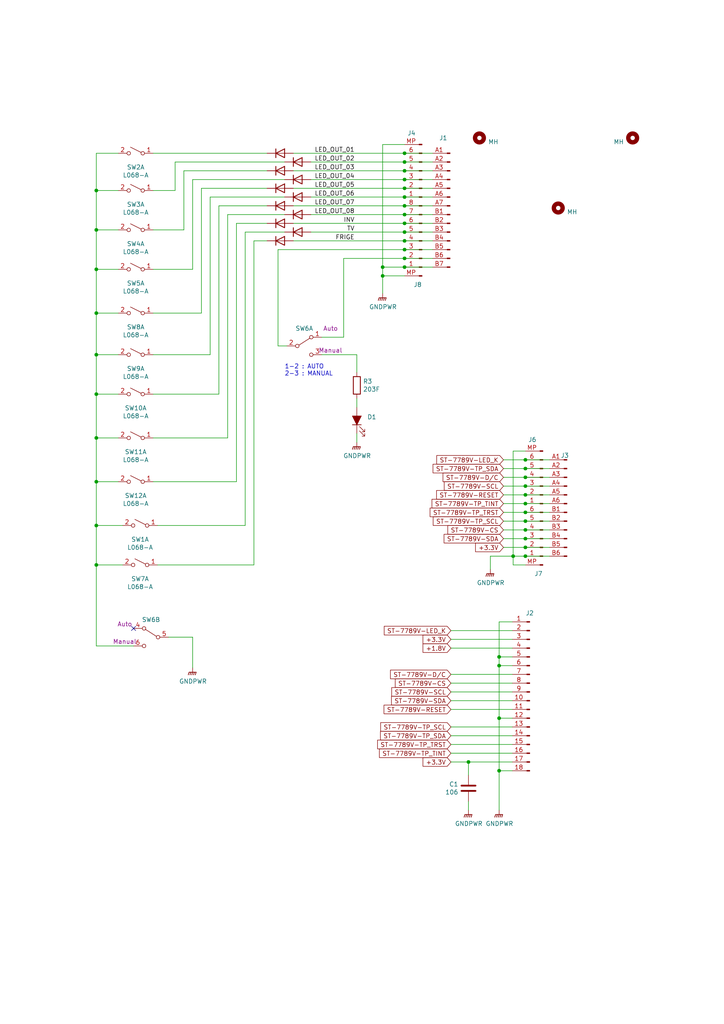
<source format=kicad_sch>
(kicad_sch (version 20231120) (generator "eeschema") (generator_version "8.0")
  (paper "A4" portrait)
  (title_block (title "CamTrol V3.6") (date "2021-12-15"))
  (lib_symbols
    (symbol "Conn_01x06_Pin_1" (pin_names (offset 1.016) hide)
      (property "Reference" "J7" (at 1.27 -12.7 0))
      (symbol "Conn_01x06_Pin_1_1_1"
        (rectangle (start 0 -10.033) (end 0.8636 -10.287) (stroke (width 0.1524)) (fill (type outline)))
        (rectangle (start 0 -7.493) (end 0.8636 -7.747) (stroke (width 0.1524)) (fill (type outline)))
        (polyline (pts (xy 1.27 -10.16) (xy 0.8636 -10.16)) (stroke (width 0.1524)))
        (polyline (pts (xy 1.27 -7.62) (xy 0.8636 -7.62)) (stroke (width 0.1524)))
        (polyline (pts (xy 1.27 -5.08) (xy 0.8636 -5.08)) (stroke (width 0.1524)))
        (polyline (pts (xy 1.27 -2.54) (xy 0.8636 -2.54)) (stroke (width 0.1524)))
        (polyline (pts (xy 1.27 0) (xy 0.8636 0)) (stroke (width 0.1524)))
        (polyline (pts (xy 1.27 2.54) (xy 0.8636 2.54)) (stroke (width 0.1524)))
        (polyline (pts (xy 1.27 5.08) (xy 0.8636 5.08)) (stroke (width 0.1524)))
        (rectangle (start 0.8636 -4.953) (end 0 -5.207) (stroke (width 0.1524)) (fill (type outline)))
        (rectangle (start 0.8636 -2.413) (end 0 -2.667) (stroke (width 0.1524)) (fill (type outline)))
        (rectangle (start 0.8636 0.127) (end 0 -0.127) (stroke (width 0.1524)) (fill (type outline)))
        (rectangle (start 0.8636 2.667) (end 0 2.413) (stroke (width 0.1524)) (fill (type outline)))
        (rectangle (start 0.8636 5.207) (end 0 4.953) (stroke (width 0.1524)) (fill (type outline)))
        (pin passive line (at 5.08 -7.62 180) (length 3.81) (name "Pin_6") (number "1"))
        (pin passive line (at 5.08 -5.08 180) (length 3.81) (name "Pin_5") (number "2"))
        (pin passive line (at 5.08 -2.54 180) (length 3.81) (name "Pin_4") (number "3"))
        (pin passive line (at 5.08 0 180) (length 3.81) (name "Pin_3") (number "4"))
        (pin passive line (at 5.08 2.54 180) (length 3.81) (name "Pin_2") (number "5"))
        (pin passive line (at 5.08 5.08 180) (length 3.81) (name "Pin_1") (number "6"))
        (pin passive line (at 5.08 -10.16 180) (length 3.81) (name "Pin_7") (number "MP"))
      )
    )
    (symbol "Conn_01x06_Pin_2" (pin_names (offset 1.016) hide)
      (property "Reference" "J6" (at 3.048 8.382 0))
      (symbol "Conn_01x06_Pin_2_1_1"
        (rectangle (start 0 -10.033) (end 0.8636 -10.287) (stroke (width 0.1524)) (fill (type outline)))
        (rectangle (start 0 -7.493) (end 0.8636 -7.747) (stroke (width 0.1524)) (fill (type outline)))
        (polyline (pts (xy 1.27 -10.16) (xy 0.8636 -10.16)) (stroke (width 0.1524)))
        (polyline (pts (xy 1.27 -7.62) (xy 0.8636 -7.62)) (stroke (width 0.1524)))
        (polyline (pts (xy 1.27 -5.08) (xy 0.8636 -5.08)) (stroke (width 0.1524)))
        (polyline (pts (xy 1.27 -2.54) (xy 0.8636 -2.54)) (stroke (width 0.1524)))
        (polyline (pts (xy 1.27 0) (xy 0.8636 0)) (stroke (width 0.1524)))
        (polyline (pts (xy 1.27 2.54) (xy 0.8636 2.54)) (stroke (width 0.1524)))
        (polyline (pts (xy 1.27 5.08) (xy 0.8636 5.08)) (stroke (width 0.1524)))
        (rectangle (start 0.8636 -4.953) (end 0 -5.207) (stroke (width 0.1524)) (fill (type outline)))
        (rectangle (start 0.8636 -2.413) (end 0 -2.667) (stroke (width 0.1524)) (fill (type outline)))
        (rectangle (start 0.8636 0.127) (end 0 -0.127) (stroke (width 0.1524)) (fill (type outline)))
        (rectangle (start 0.8636 2.667) (end 0 2.413) (stroke (width 0.1524)) (fill (type outline)))
        (rectangle (start 0.8636 5.207) (end 0 4.953) (stroke (width 0.1524)) (fill (type outline)))
        (pin passive line (at 5.08 -10.16 180) (length 3.81) (name "Pin_7") (number "1"))
        (pin passive line (at 5.08 -7.62 180) (length 3.81) (name "Pin_6") (number "2"))
        (pin passive line (at 5.08 -5.08 180) (length 3.81) (name "Pin_5") (number "3"))
        (pin passive line (at 5.08 -2.54 180) (length 3.81) (name "Pin_4") (number "4"))
        (pin passive line (at 5.08 0 180) (length 3.81) (name "Pin_3") (number "5"))
        (pin passive line (at 5.08 2.54 180) (length 3.81) (name "Pin_2") (number "6"))
        (pin passive line (at 5.08 5.08 180) (length 3.81) (name "Pin_1") (number "MP"))
      )
    )
    (symbol "Conn_01x12_Male_1" (pin_names (offset 1.016) hide)
      (property "Reference" "J?" (at 0.635 13.9677 0))
      (symbol "Conn_01x12_Male_1_1_1"
        (polyline (pts (xy 1.27 -15.24) (xy 0.8636 -15.24)) (stroke (width 0.1524)))
        (polyline (pts (xy 1.27 -12.7) (xy 0.8636 -12.7)) (stroke (width 0.1524)))
        (polyline (pts (xy 1.27 -10.16) (xy 0.8636 -10.16)) (stroke (width 0.1524)))
        (polyline (pts (xy 1.27 -7.62) (xy 0.8636 -7.62)) (stroke (width 0.1524)))
        (polyline (pts (xy 1.27 -5.08) (xy 0.8636 -5.08)) (stroke (width 0.1524)))
        (polyline (pts (xy 1.27 -2.54) (xy 0.8636 -2.54)) (stroke (width 0.1524)))
        (polyline (pts (xy 1.27 0) (xy 0.8636 0)) (stroke (width 0.1524)))
        (polyline (pts (xy 1.27 2.54) (xy 0.8636 2.54)) (stroke (width 0.1524)))
        (polyline (pts (xy 1.27 5.08) (xy 0.8636 5.08)) (stroke (width 0.1524)))
        (polyline (pts (xy 1.27 7.62) (xy 0.8636 7.62)) (stroke (width 0.1524)))
        (polyline (pts (xy 1.27 10.16) (xy 0.8636 10.16)) (stroke (width 0.1524)))
        (polyline (pts (xy 1.27 12.7) (xy 0.8636 12.7)) (stroke (width 0.1524)))
        (rectangle (start 0.8636 -15.113) (end 0 -15.367) (stroke (width 0.1524)) (fill (type outline)))
        (rectangle (start 0.8636 -12.573) (end 0 -12.827) (stroke (width 0.1524)) (fill (type outline)))
        (rectangle (start 0.8636 -10.033) (end 0 -10.287) (stroke (width 0.1524)) (fill (type outline)))
        (rectangle (start 0.8636 -7.493) (end 0 -7.747) (stroke (width 0.1524)) (fill (type outline)))
        (rectangle (start 0.8636 -4.953) (end 0 -5.207) (stroke (width 0.1524)) (fill (type outline)))
        (rectangle (start 0.8636 -2.413) (end 0 -2.667) (stroke (width 0.1524)) (fill (type outline)))
        (rectangle (start 0.8636 0.127) (end 0 -0.127) (stroke (width 0.1524)) (fill (type outline)))
        (rectangle (start 0.8636 2.667) (end 0 2.413) (stroke (width 0.1524)) (fill (type outline)))
        (rectangle (start 0.8636 5.207) (end 0 4.953) (stroke (width 0.1524)) (fill (type outline)))
        (rectangle (start 0.8636 7.747) (end 0 7.493) (stroke (width 0.1524)) (fill (type outline)))
        (rectangle (start 0.8636 10.287) (end 0 10.033) (stroke (width 0.1524)) (fill (type outline)))
        (rectangle (start 0.8636 12.827) (end 0 12.573) (stroke (width 0.1524)) (fill (type outline)))
        (pin passive line (at 5.08 12.7 180) (length 3.81) (name "Pin_1") (number "A1"))
        (pin passive line (at 5.08 10.16 180) (length 3.81) (name "Pin_2") (number "A2"))
        (pin passive line (at 5.08 7.62 180) (length 3.81) (name "Pin_3") (number "A3"))
        (pin passive line (at 5.08 5.08 180) (length 3.81) (name "Pin_4") (number "A4"))
        (pin passive line (at 5.08 2.54 180) (length 3.81) (name "Pin_5") (number "A5"))
        (pin passive line (at 5.08 0 180) (length 3.81) (name "Pin_6") (number "A6"))
        (pin passive line (at 5.08 -2.54 180) (length 3.81) (name "Pin_7") (number "B1"))
        (pin passive line (at 5.08 -5.08 180) (length 3.81) (name "Pin_8") (number "B2"))
        (pin passive line (at 5.08 -7.62 180) (length 3.81) (name "Pin_9") (number "B3"))
        (pin passive line (at 5.08 -10.16 180) (length 3.81) (name "Pin_10") (number "B4"))
        (pin passive line (at 5.08 -12.7 180) (length 3.81) (name "Pin_11") (number "B5"))
        (pin passive line (at 5.08 -15.24 180) (length 3.81) (name "Pin_12") (number "B6"))
      )
    )
    (symbol "Connector:Conn_01x09_Pin" (pin_names (offset 1.016) hide)
      (property "Reference" "J8" (at 1.27 -12.7 0))
      (symbol "Conn_01x09_Pin_1_1"
        (polyline (pts (xy 1.27 -10.16) (xy 0.8636 -10.16)) (stroke (width 0.1524)))
        (polyline (pts (xy 1.27 -7.62) (xy 0.8636 -7.62)) (stroke (width 0.1524)))
        (polyline (pts (xy 1.27 -5.08) (xy 0.8636 -5.08)) (stroke (width 0.1524)))
        (polyline (pts (xy 1.27 -2.54) (xy 0.8636 -2.54)) (stroke (width 0.1524)))
        (polyline (pts (xy 1.27 0) (xy 0.8636 0)) (stroke (width 0.1524)))
        (polyline (pts (xy 1.27 2.54) (xy 0.8636 2.54)) (stroke (width 0.1524)))
        (polyline (pts (xy 1.27 5.08) (xy 0.8636 5.08)) (stroke (width 0.1524)))
        (polyline (pts (xy 1.27 7.62) (xy 0.8636 7.62)) (stroke (width 0.1524)))
        (polyline (pts (xy 1.27 10.16) (xy 0.8636 10.16)) (stroke (width 0.1524)))
        (rectangle (start 0 7.747) (end 0.8636 7.493) (stroke (width 0.1524)) (fill (type outline)))
        (rectangle (start 0.8636 -10.033) (end 0 -10.287) (stroke (width 0.1524)) (fill (type outline)))
        (rectangle (start 0.8636 -7.493) (end 0 -7.747) (stroke (width 0.1524)) (fill (type outline)))
        (rectangle (start 0.8636 -4.953) (end 0 -5.207) (stroke (width 0.1524)) (fill (type outline)))
        (rectangle (start 0.8636 -2.413) (end 0 -2.667) (stroke (width 0.1524)) (fill (type outline)))
        (rectangle (start 0.8636 0.127) (end 0 -0.127) (stroke (width 0.1524)) (fill (type outline)))
        (rectangle (start 0.8636 2.667) (end 0 2.413) (stroke (width 0.1524)) (fill (type outline)))
        (rectangle (start 0.8636 5.207) (end 0 4.953) (stroke (width 0.1524)) (fill (type outline)))
        (rectangle (start 0.8636 10.287) (end 0 10.033) (stroke (width 0.1524)) (fill (type outline)))
        (pin passive line (at 5.08 -7.62 180) (length 3.81) (name "Pin_8") (number "1"))
        (pin passive line (at 5.08 -5.08 180) (length 3.81) (name "Pin_7") (number "2"))
        (pin passive line (at 5.08 -2.54 180) (length 3.81) (name "Pin_6") (number "3"))
        (pin passive line (at 5.08 0 180) (length 3.81) (name "Pin_5") (number "4"))
        (pin passive line (at 5.08 2.54 180) (length 3.81) (name "Pin_4") (number "5"))
        (pin passive line (at 5.08 5.08 180) (length 3.81) (name "Pin_3") (number "6"))
        (pin passive line (at 5.08 7.62 180) (length 3.81) (name "Pin_2") (number "7"))
        (pin passive line (at 5.08 10.16 180) (length 3.81) (name "Pin_1") (number "8"))
        (pin passive line (at 5.08 -10.16 180) (length 3.81) (name "Pin_9") (number "MP"))
      )
    )
    (symbol "Connector:Conn_01x18_Pin" (pin_names (offset 1.016) hide)
      (property "Reference" "J" (at 0 22.86 0))
      (property "Value" "Conn_01x18_Pin" (at 0 -25.4 0))
      (symbol "Conn_01x18_Pin_1_1"
        (polyline (pts (xy 1.27 -22.86) (xy 0.8636 -22.86)) (stroke (width 0.1524)))
        (polyline (pts (xy 1.27 -20.32) (xy 0.8636 -20.32)) (stroke (width 0.1524)))
        (polyline (pts (xy 1.27 -17.78) (xy 0.8636 -17.78)) (stroke (width 0.1524)))
        (polyline (pts (xy 1.27 -15.24) (xy 0.8636 -15.24)) (stroke (width 0.1524)))
        (polyline (pts (xy 1.27 -12.7) (xy 0.8636 -12.7)) (stroke (width 0.1524)))
        (polyline (pts (xy 1.27 -10.16) (xy 0.8636 -10.16)) (stroke (width 0.1524)))
        (polyline (pts (xy 1.27 -7.62) (xy 0.8636 -7.62)) (stroke (width 0.1524)))
        (polyline (pts (xy 1.27 -5.08) (xy 0.8636 -5.08)) (stroke (width 0.1524)))
        (polyline (pts (xy 1.27 -2.54) (xy 0.8636 -2.54)) (stroke (width 0.1524)))
        (polyline (pts (xy 1.27 0) (xy 0.8636 0)) (stroke (width 0.1524)))
        (polyline (pts (xy 1.27 2.54) (xy 0.8636 2.54)) (stroke (width 0.1524)))
        (polyline (pts (xy 1.27 5.08) (xy 0.8636 5.08)) (stroke (width 0.1524)))
        (polyline (pts (xy 1.27 7.62) (xy 0.8636 7.62)) (stroke (width 0.1524)))
        (polyline (pts (xy 1.27 10.16) (xy 0.8636 10.16)) (stroke (width 0.1524)))
        (polyline (pts (xy 1.27 12.7) (xy 0.8636 12.7)) (stroke (width 0.1524)))
        (polyline (pts (xy 1.27 15.24) (xy 0.8636 15.24)) (stroke (width 0.1524)))
        (polyline (pts (xy 1.27 17.78) (xy 0.8636 17.78)) (stroke (width 0.1524)))
        (polyline (pts (xy 1.27 20.32) (xy 0.8636 20.32)) (stroke (width 0.1524)))
        (rectangle (start 0.8636 -22.733) (end 0 -22.987) (stroke (width 0.1524)) (fill (type outline)))
        (rectangle (start 0.8636 -20.193) (end 0 -20.447) (stroke (width 0.1524)) (fill (type outline)))
        (rectangle (start 0.8636 -17.653) (end 0 -17.907) (stroke (width 0.1524)) (fill (type outline)))
        (rectangle (start 0.8636 -15.113) (end 0 -15.367) (stroke (width 0.1524)) (fill (type outline)))
        (rectangle (start 0.8636 -12.573) (end 0 -12.827) (stroke (width 0.1524)) (fill (type outline)))
        (rectangle (start 0.8636 -10.033) (end 0 -10.287) (stroke (width 0.1524)) (fill (type outline)))
        (rectangle (start 0.8636 -7.493) (end 0 -7.747) (stroke (width 0.1524)) (fill (type outline)))
        (rectangle (start 0.8636 -4.953) (end 0 -5.207) (stroke (width 0.1524)) (fill (type outline)))
        (rectangle (start 0.8636 -2.413) (end 0 -2.667) (stroke (width 0.1524)) (fill (type outline)))
        (rectangle (start 0.8636 0.127) (end 0 -0.127) (stroke (width 0.1524)) (fill (type outline)))
        (rectangle (start 0.8636 2.667) (end 0 2.413) (stroke (width 0.1524)) (fill (type outline)))
        (rectangle (start 0.8636 5.207) (end 0 4.953) (stroke (width 0.1524)) (fill (type outline)))
        (rectangle (start 0.8636 7.747) (end 0 7.493) (stroke (width 0.1524)) (fill (type outline)))
        (rectangle (start 0.8636 10.287) (end 0 10.033) (stroke (width 0.1524)) (fill (type outline)))
        (rectangle (start 0.8636 12.827) (end 0 12.573) (stroke (width 0.1524)) (fill (type outline)))
        (rectangle (start 0.8636 15.367) (end 0 15.113) (stroke (width 0.1524)) (fill (type outline)))
        (rectangle (start 0.8636 17.907) (end 0 17.653) (stroke (width 0.1524)) (fill (type outline)))
        (rectangle (start 0.8636 20.447) (end 0 20.193) (stroke (width 0.1524)) (fill (type outline)))
        (pin passive line (at 5.08 20.32 180) (length 3.81) (name "Pin_1") (number "1"))
        (pin passive line (at 5.08 -2.54 180) (length 3.81) (name "Pin_10") (number "10"))
        (pin passive line (at 5.08 -5.08 180) (length 3.81) (name "Pin_11") (number "11"))
        (pin passive line (at 5.08 -7.62 180) (length 3.81) (name "Pin_12") (number "12"))
        (pin passive line (at 5.08 -10.16 180) (length 3.81) (name "Pin_13") (number "13"))
        (pin passive line (at 5.08 -12.7 180) (length 3.81) (name "Pin_14") (number "14"))
        (pin passive line (at 5.08 -15.24 180) (length 3.81) (name "Pin_15") (number "15"))
        (pin passive line (at 5.08 -17.78 180) (length 3.81) (name "Pin_16") (number "16"))
        (pin passive line (at 5.08 -20.32 180) (length 3.81) (name "Pin_17") (number "17"))
        (pin passive line (at 5.08 -22.86 180) (length 3.81) (name "Pin_18") (number "18"))
        (pin passive line (at 5.08 17.78 180) (length 3.81) (name "Pin_2") (number "2"))
        (pin passive line (at 5.08 15.24 180) (length 3.81) (name "Pin_3") (number "3"))
        (pin passive line (at 5.08 12.7 180) (length 3.81) (name "Pin_4") (number "4"))
        (pin passive line (at 5.08 10.16 180) (length 3.81) (name "Pin_5") (number "5"))
        (pin passive line (at 5.08 7.62 180) (length 3.81) (name "Pin_6") (number "6"))
        (pin passive line (at 5.08 5.08 180) (length 3.81) (name "Pin_7") (number "7"))
        (pin passive line (at 5.08 2.54 180) (length 3.81) (name "Pin_8") (number "8"))
        (pin passive line (at 5.08 0 180) (length 3.81) (name "Pin_9") (number "9"))
      )
    )
    (symbol "Mechanical:MountingHole" (pin_names (offset 1.016))
      (property "Reference" "H" (at 0 5.08 0))
      (property "Value" "MountingHole" (at 0 3.175 0))
      (symbol "MountingHole_0_1"
        (circle (center 0 0) (radius 1.27) (stroke (width 1.27)))
      )
    )
    (symbol "Server_Used:C" (pin_numbers hide) (pin_names (offset 0.254))
      (property "Reference" "C" (at 1.27 2.54 0))
      (property "Value" "Server_Used_C" (at 1.27 -2.54 0))
      (symbol "C_0_1"
        (polyline (pts (xy -2.032 -0.762) (xy 2.032 -0.762)) (stroke (width 0.508)))
        (polyline (pts (xy -2.032 0.762) (xy 2.032 0.762)) (stroke (width 0.508)))
      )
      (symbol "C_1_1"
        (pin passive line (at 0 3.81 270) (length 2.794) (name "~") (number "1"))
        (pin passive line (at 0 -3.81 90) (length 2.794) (name "~") (number "2"))
      )
    )
    (symbol "Server_Used:Conn_01x14_Male" (pin_names (offset 1.016) hide)
      (property "Reference" "J1" (at -6.35 -1.27 0))
      (symbol "Conn_01x14_Male_1_1"
        (polyline (pts (xy 1.27 -20.32) (xy 0.8636 -20.32)) (stroke (width 0.1524)))
        (polyline (pts (xy 1.27 -17.78) (xy 0.8636 -17.78)) (stroke (width 0.1524)))
        (polyline (pts (xy 1.27 -15.24) (xy 0.8636 -15.24)) (stroke (width 0.1524)))
        (polyline (pts (xy 1.27 -12.7) (xy 0.8636 -12.7)) (stroke (width 0.1524)))
        (polyline (pts (xy 1.27 -10.16) (xy 0.8636 -10.16)) (stroke (width 0.1524)))
        (polyline (pts (xy 1.27 -7.62) (xy 0.8636 -7.62)) (stroke (width 0.1524)))
        (polyline (pts (xy 1.27 -5.08) (xy 0.8636 -5.08)) (stroke (width 0.1524)))
        (polyline (pts (xy 1.27 -2.54) (xy 0.8636 -2.54)) (stroke (width 0.1524)))
        (polyline (pts (xy 1.27 0) (xy 0.8636 0)) (stroke (width 0.1524)))
        (polyline (pts (xy 1.27 2.54) (xy 0.8636 2.54)) (stroke (width 0.1524)))
        (polyline (pts (xy 1.27 5.08) (xy 0.8636 5.08)) (stroke (width 0.1524)))
        (polyline (pts (xy 1.27 7.62) (xy 0.8636 7.62)) (stroke (width 0.1524)))
        (polyline (pts (xy 1.27 10.16) (xy 0.8636 10.16)) (stroke (width 0.1524)))
        (polyline (pts (xy 1.27 12.7) (xy 0.8636 12.7)) (stroke (width 0.1524)))
        (rectangle (start 0 5.207) (end 0.8636 4.953) (stroke (width 0.1524)) (fill (type outline)))
        (rectangle (start 0.8636 -20.193) (end 0 -20.447) (stroke (width 0.1524)) (fill (type outline)))
        (rectangle (start 0.8636 -17.653) (end 0 -17.907) (stroke (width 0.1524)) (fill (type outline)))
        (rectangle (start 0.8636 -15.113) (end 0 -15.367) (stroke (width 0.1524)) (fill (type outline)))
        (rectangle (start 0.8636 -12.573) (end 0 -12.827) (stroke (width 0.1524)) (fill (type outline)))
        (rectangle (start 0.8636 -10.033) (end 0 -10.287) (stroke (width 0.1524)) (fill (type outline)))
        (rectangle (start 0.8636 -7.493) (end 0 -7.747) (stroke (width 0.1524)) (fill (type outline)))
        (rectangle (start 0.8636 -4.953) (end 0 -5.207) (stroke (width 0.1524)) (fill (type outline)))
        (rectangle (start 0.8636 -2.413) (end 0 -2.667) (stroke (width 0.1524)) (fill (type outline)))
        (rectangle (start 0.8636 0.127) (end 0 -0.127) (stroke (width 0.1524)) (fill (type outline)))
        (rectangle (start 0.8636 2.667) (end 0 2.413) (stroke (width 0.1524)) (fill (type outline)))
        (rectangle (start 0.8636 7.747) (end 0 7.493) (stroke (width 0.1524)) (fill (type outline)))
        (rectangle (start 0.8636 10.287) (end 0 10.033) (stroke (width 0.1524)) (fill (type outline)))
        (rectangle (start 0.8636 12.827) (end 0 12.573) (stroke (width 0.1524)) (fill (type outline)))
        (pin passive line (at 5.08 12.7 180) (length 3.81) (name "Pin_1") (number "A1"))
        (pin passive line (at 5.08 10.16 180) (length 3.81) (name "Pin_3") (number "A2"))
        (pin passive line (at 5.08 7.62 180) (length 3.81) (name "Pin_5") (number "A3"))
        (pin passive line (at 5.08 5.08 180) (length 3.81) (name "Pin_7") (number "A4"))
        (pin passive line (at 5.08 2.54 180) (length 3.81) (name "Pin_9") (number "A5"))
        (pin passive line (at 5.08 0 180) (length 3.81) (name "Pin_11") (number "A6"))
        (pin passive line (at 5.08 -2.54 180) (length 3.81) (name "Pin_13") (number "A7"))
        (pin passive line (at 5.08 -5.08 180) (length 3.81) (name "Pin_2") (number "B1"))
        (pin passive line (at 5.08 -7.62 180) (length 3.81) (name "Pin_4") (number "B2"))
        (pin passive line (at 5.08 -10.16 180) (length 3.81) (name "Pin_6") (number "B3"))
        (pin passive line (at 5.08 -12.7 180) (length 3.81) (name "Pin_8") (number "B4"))
        (pin passive line (at 5.08 -15.24 180) (length 3.81) (name "Pin_10") (number "B5"))
        (pin passive line (at 5.08 -17.78 180) (length 3.81) (name "Pin_12") (number "B6"))
        (pin passive line (at 5.08 -20.32 180) (length 3.81) (name "Pin_14") (number "B7"))
      )
    )
    (symbol "Server_Used:LED" (pin_numbers hide) (pin_names (offset 1.016) hide)
      (property "Reference" "D" (at 0 2.54 0))
      (property "Value" "LED" (at 0 -2.54 0))
      (symbol "LED_0_1"
        (polyline (pts (xy -1.27 -1.27) (xy -1.27 1.27)) (stroke (width 0.2032)))
        (polyline (pts (xy -1.27 0) (xy 1.27 0)))
        (polyline (pts (xy 1.27 -1.27) (xy 1.27 1.27) (xy -1.27 0) (xy 1.27 -1.27)) (stroke (width 0.2032)) (fill (type outline)))
        (polyline (pts (xy -3.048 -0.762) (xy -4.572 -2.286) (xy -3.81 -2.286) (xy -4.572 -2.286) (xy -4.572 -1.524)))
        (polyline (pts (xy -1.778 -0.762) (xy -3.302 -2.286) (xy -2.54 -2.286) (xy -3.302 -2.286) (xy -3.302 -1.524)))
      )
      (symbol "LED_1_1"
        (pin passive line (at -3.81 0 0) (length 2.54) (name "K") (number "1"))
        (pin passive line (at 3.81 0 180) (length 2.54) (name "A") (number "2"))
      )
    )
    (symbol "Server_Used:R" (pin_numbers hide) (pin_names (offset 0))
      (property "Reference" "R11" (at 3.81 -3.81 0))
      (property "Value" "R" (at 0 -3.81 90))
      (symbol "R_0_1"
        (rectangle (start -1.016 -6.35) (end 1.016 -1.27) (stroke (width 0.254)))
      )
      (symbol "R_1_1"
        (pin passive line (at 0 0 270) (length 1.27) (name "~") (number "1"))
        (pin passive line (at 0 -7.62 90) (length 1.27) (name "~") (number "2"))
      )
    )
    (symbol "Simulation_SPICE:DIODE" (pin_numbers hide) (pin_names (offset 1.016) hide)
      (property "Reference" "D" (at 0 2.54 0))
      (property "Value" "DIODE" (at 0 -2.54 0))
      (symbol "DIODE_0_1"
        (polyline (pts (xy 1.27 0) (xy -1.27 0)))
        (polyline (pts (xy 1.27 1.27) (xy 1.27 -1.27)) (stroke (width 0.254)))
        (polyline (pts (xy -1.27 -1.27) (xy -1.27 1.27) (xy 1.27 0) (xy -1.27 -1.27)) (stroke (width 0.254)))
      )
      (symbol "DIODE_1_1"
        (pin passive line (at -3.81 0 0) (length 2.54) (name "A") (number "1"))
        (pin passive line (at 3.81 0 180) (length 2.54) (name "K") (number "2"))
      )
    )
    (symbol "Switch:SW_DPDT_x2" (pin_names (offset 0) hide)
      (property "Reference" "SW" (at 0 4.318 0))
      (property "Value" "SW_DPDT_x2" (at 0 -5.08 0))
      (symbol "SW_DPDT_x2_0_0"
        (circle (center -2.032 0) (radius 0.508))
        (circle (center 2.032 -2.54) (radius 0.508))
      )
      (symbol "SW_DPDT_x2_0_1"
        (polyline (pts (xy -1.524 0.254) (xy 1.651 2.286)))
        (circle (center 2.032 2.54) (radius 0.508))
      )
      (symbol "SW_DPDT_x2_1_1"
        (pin passive line (at 5.08 2.54 180) (length 2.54) (name "A") (number "1"))
        (pin passive line (at -5.08 0 0) (length 2.54) (name "B") (number "2"))
        (pin passive line (at 5.08 -2.54 180) (length 2.54) (name "C") (number "3"))
      )
      (symbol "SW_DPDT_x2_2_1"
        (pin passive line (at 5.08 2.54 180) (length 2.54) (name "A") (number "4"))
        (pin passive line (at -5.08 0 0) (length 2.54) (name "B") (number "5"))
        (pin passive line (at 5.08 -2.54 180) (length 2.54) (name "C") (number "6"))
      )
    )
    (symbol "Switch:SW_DPST_x2" (pin_names (offset 0) hide)
      (property "Reference" "SW" (at 0 3.175 0))
      (property "Value" "SW_DPST_x2" (at 0 -2.54 0))
      (symbol "SW_DPST_x2_0_0"
        (circle (center -2.032 0) (radius 0.508))
        (polyline (pts (xy -1.524 0.254) (xy 1.524 1.778)))
        (circle (center 2.032 0) (radius 0.508))
      )
      (symbol "SW_DPST_x2_1_1"
        (pin passive line (at -5.08 0 0) (length 2.54) (name "A") (number "1"))
        (pin passive line (at 5.08 0 180) (length 2.54) (name "B") (number "2"))
      )
      (symbol "SW_DPST_x2_2_1"
        (pin passive line (at -5.08 0 0) (length 2.54) (name "A") (number "3"))
        (pin passive line (at 5.08 0 180) (length 2.54) (name "B") (number "4"))
      )
    )
    (symbol "power:GNDPWR" (power) (pin_names (offset 0))
      (property "Value" "GNDPWR" (at 0 -3.302 0))
      (symbol "GNDPWR_0_1"
        (polyline (pts (xy 0 -1.27) (xy 0 0)))
        (polyline (pts (xy -1.016 -1.27) (xy -1.27 -2.032) (xy -1.27 -2.032)) (stroke (width 0.2032)))
        (polyline (pts (xy -0.508 -1.27) (xy -0.762 -2.032) (xy -0.762 -2.032)) (stroke (width 0.2032)))
        (polyline (pts (xy 0 -1.27) (xy -0.254 -2.032) (xy -0.254 -2.032)) (stroke (width 0.2032)))
        (polyline (pts (xy 0.508 -1.27) (xy 0.254 -2.032) (xy 0.254 -2.032)) (stroke (width 0.2032)))
        (polyline (pts (xy 1.016 -1.27) (xy -1.016 -1.27) (xy -1.016 -1.27)) (stroke (width 0.2032)))
        (polyline (pts (xy 1.016 -1.27) (xy 0.762 -2.032) (xy 0.762 -2.032) (xy 0.762 -2.032)) (stroke (width 0.2032)))
      )
      (symbol "GNDPWR_1_1"
        (pin power_in line (at 0 0 270) (length 0) hide (name "GNDPWR") (number "1"))
      )
    )
  )
  (junction (at 117.348 62.23))
  (junction (at 144.78 193.04))
  (junction (at 117.348 54.61))
  (junction (at 27.94 102.87))
  (junction (at 117.348 49.53))
  (junction (at 117.348 72.39))
  (junction (at 27.94 78.105))
  (junction (at 152.4 161.29))
  (junction (at 117.348 44.45))
  (junction (at 27.94 163.83))
  (junction (at 117.348 67.31))
  (junction (at 117.348 52.07))
  (junction (at 110.998 80.01))
  (junction (at 152.4 146.05))
  (junction (at 152.4 143.51))
  (junction (at 152.4 156.21))
  (junction (at 144.78 190.5))
  (junction (at 117.348 69.85))
  (junction (at 152.4 148.59))
  (junction (at 27.94 55.245))
  (junction (at 152.4 133.35))
  (junction (at 135.89 220.98))
  (junction (at 117.348 64.77))
  (junction (at 152.4 135.89))
  (junction (at 152.4 153.67))
  (junction (at 144.78 223.52))
  (junction (at 27.94 114.3))
  (junction (at 152.4 140.97))
  (junction (at 117.348 57.15))
  (junction (at 144.78 208.28))
  (junction (at 27.94 66.675))
  (junction (at 152.4 151.13))
  (junction (at 27.94 90.805))
  (junction (at 117.348 77.47))
  (junction (at 152.4 138.43))
  (junction (at 27.94 152.4))
  (junction (at 27.94 127))
  (junction (at 152.4 158.75))
  (junction (at 27.94 139.7))
  (junction (at 117.348 46.99))
  (junction (at 110.998 77.47))
  (junction (at 117.348 59.69))
  (junction (at 117.348 74.93))
  (junction (at 148.844 161.29))
  (no_connect (at 38.735 182.245))
  (wire (pts (xy 90.17 57.15) (xy 117.348 57.15)))
  (wire (pts (xy 58.42 54.61) (xy 77.47 54.61)))
  (wire (pts (xy 80.645 72.39) (xy 117.348 72.39)))
  (wire (pts (xy 103.505 128.27) (xy 103.505 125.73)))
  (wire (pts (xy 53.34 49.53) (xy 77.47 49.53)))
  (wire (pts (xy 73.66 69.85) (xy 77.47 69.85)))
  (wire (pts (xy 99.695 97.79) (xy 93.345 97.79)))
  (wire (pts (xy 27.94 55.245) (xy 27.94 66.675)))
  (wire (pts (xy 146.05 158.75) (xy 152.4 158.75)))
  (wire (pts (xy 27.94 66.675) (xy 34.29 66.675)))
  (wire (pts (xy 58.42 54.61) (xy 58.42 90.805)))
  (wire (pts (xy 144.78 223.52) (xy 144.78 208.28)))
  (wire (pts (xy 27.94 66.675) (xy 27.94 78.105)))
  (wire (pts (xy 135.89 234.95) (xy 135.89 232.41)))
  (wire (pts (xy 130.81 182.88) (xy 148.59 182.88)))
  (wire (pts (xy 27.94 187.325) (xy 38.735 187.325)))
  (wire (pts (xy 90.17 52.07) (xy 117.348 52.07)))
  (wire (pts (xy 152.4 151.13) (xy 159.385 151.13)))
  (wire (pts (xy 103.505 102.87) (xy 103.505 107.95)))
  (wire (pts (xy 148.844 130.81) (xy 148.844 161.29)))
  (wire (pts (xy 44.45 127) (xy 66.04 127)))
  (wire (pts (xy 55.88 184.785) (xy 55.88 193.675)))
  (wire (pts (xy 27.94 139.7) (xy 27.94 152.4)))
  (wire (pts (xy 146.05 156.21) (xy 152.4 156.21)))
  (wire (pts (xy 45.72 163.83) (xy 73.66 163.83)))
  (wire (pts (xy 44.45 44.45) (xy 77.47 44.45)))
  (wire (pts (xy 144.78 180.34) (xy 148.59 180.34)))
  (wire (pts (xy 44.45 114.3) (xy 63.5 114.3)))
  (wire (pts (xy 35.56 152.4) (xy 27.94 152.4)))
  (wire (pts (xy 144.78 190.5) (xy 148.59 190.5)))
  (wire (pts (xy 135.89 220.98) (xy 148.59 220.98)))
  (wire (pts (xy 144.78 193.04) (xy 148.59 193.04)))
  (wire (pts (xy 55.88 184.785) (xy 48.895 184.785)))
  (wire (pts (xy 144.78 193.04) (xy 144.78 190.5)))
  (wire (pts (xy 130.81 198.12) (xy 148.59 198.12)))
  (wire (pts (xy 144.78 208.28) (xy 148.59 208.28)))
  (wire (pts (xy 110.998 77.47) (xy 110.998 80.01)))
  (wire (pts (xy 152.4 143.51) (xy 159.385 143.51)))
  (wire (pts (xy 27.94 55.245) (xy 34.29 55.245)))
  (wire (pts (xy 152.4 163.83) (xy 148.844 163.83)))
  (wire (pts (xy 142.24 165.1) (xy 142.24 161.29)))
  (wire (pts (xy 110.998 41.91) (xy 110.998 77.47)))
  (wire (pts (xy 44.45 66.675) (xy 53.34 66.675)))
  (wire (pts (xy 110.998 80.01) (xy 117.348 80.01)))
  (wire (pts (xy 103.505 102.87) (xy 93.345 102.87)))
  (wire (pts (xy 60.96 57.15) (xy 60.96 102.87)))
  (wire (pts (xy 99.695 74.93) (xy 117.348 74.93)))
  (wire (pts (xy 27.94 55.245) (xy 27.94 44.45)))
  (wire (pts (xy 130.81 187.96) (xy 148.59 187.96)))
  (wire (pts (xy 152.4 135.89) (xy 159.385 135.89)))
  (wire (pts (xy 146.05 153.67) (xy 152.4 153.67)))
  (wire (pts (xy 53.34 49.53) (xy 53.34 66.675)))
  (wire (pts (xy 82.55 46.99) (xy 50.8 46.99)))
  (wire (pts (xy 85.09 59.69) (xy 117.348 59.69)))
  (wire (pts (xy 144.78 223.52) (xy 148.59 223.52)))
  (wire (pts (xy 85.09 54.61) (xy 117.348 54.61)))
  (wire (pts (xy 117.348 62.23) (xy 125.476 62.23)))
  (wire (pts (xy 117.348 46.99) (xy 125.476 46.99)))
  (wire (pts (xy 63.5 114.3) (xy 63.5 59.69)))
  (wire (pts (xy 144.78 190.5) (xy 144.78 180.34)))
  (wire (pts (xy 152.4 148.59) (xy 159.385 148.59)))
  (wire (pts (xy 130.81 205.74) (xy 148.59 205.74)))
  (wire (pts (xy 27.94 152.4) (xy 27.94 163.83)))
  (wire (pts (xy 117.348 59.69) (xy 125.476 59.69)))
  (wire (pts (xy 130.81 210.82) (xy 148.59 210.82)))
  (wire (pts (xy 27.94 102.87) (xy 27.94 114.3)))
  (wire (pts (xy 27.94 102.87) (xy 34.29 102.87)))
  (wire (pts (xy 146.05 151.13) (xy 152.4 151.13)))
  (wire (pts (xy 130.81 195.58) (xy 148.59 195.58)))
  (wire (pts (xy 146.05 148.59) (xy 152.4 148.59)))
  (wire (pts (xy 27.94 114.3) (xy 34.29 114.3)))
  (wire (pts (xy 130.81 215.9) (xy 148.59 215.9)))
  (wire (pts (xy 80.645 100.33) (xy 83.185 100.33)))
  (wire (pts (xy 152.4 130.81) (xy 148.844 130.81)))
  (wire (pts (xy 130.81 220.98) (xy 135.89 220.98)))
  (wire (pts (xy 117.348 57.15) (xy 125.476 57.15)))
  (wire (pts (xy 44.45 90.805) (xy 58.42 90.805)))
  (wire (pts (xy 44.45 78.105) (xy 55.88 78.105)))
  (wire (pts (xy 90.17 62.23) (xy 117.348 62.23)))
  (wire (pts (xy 63.5 59.69) (xy 77.47 59.69)))
  (wire (pts (xy 117.348 52.07) (xy 125.476 52.07)))
  (wire (pts (xy 117.348 64.77) (xy 125.476 64.77)))
  (wire (pts (xy 130.81 213.36) (xy 148.59 213.36)))
  (wire (pts (xy 68.58 64.77) (xy 68.58 139.7)))
  (wire (pts (xy 117.348 72.39) (xy 125.476 72.39)))
  (wire (pts (xy 27.94 127) (xy 34.29 127)))
  (wire (pts (xy 144.78 234.95) (xy 144.78 223.52)))
  (wire (pts (xy 44.45 139.7) (xy 68.58 139.7)))
  (wire (pts (xy 99.695 74.93) (xy 99.695 97.79)))
  (wire (pts (xy 146.05 133.35) (xy 152.4 133.35)))
  (wire (pts (xy 27.94 90.805) (xy 34.29 90.805)))
  (wire (pts (xy 27.94 163.83) (xy 27.94 187.325)))
  (wire (pts (xy 152.4 161.29) (xy 159.385 161.29)))
  (wire (pts (xy 90.17 46.99) (xy 117.348 46.99)))
  (wire (pts (xy 85.09 49.53) (xy 117.348 49.53)))
  (wire (pts (xy 71.12 67.31) (xy 82.55 67.31)))
  (wire (pts (xy 44.45 55.245) (xy 50.8 55.245)))
  (wire (pts (xy 117.348 69.85) (xy 125.476 69.85)))
  (wire (pts (xy 135.89 220.98) (xy 135.89 224.79)))
  (wire (pts (xy 146.05 143.51) (xy 152.4 143.51)))
  (wire (pts (xy 44.45 102.87) (xy 60.96 102.87)))
  (wire (pts (xy 142.24 161.29) (xy 148.844 161.29)))
  (wire (pts (xy 73.66 69.85) (xy 73.66 163.83)))
  (wire (pts (xy 110.998 80.01) (xy 110.998 85.09)))
  (wire (pts (xy 117.348 67.31) (xy 125.476 67.31)))
  (wire (pts (xy 152.4 146.05) (xy 159.385 146.05)))
  (wire (pts (xy 117.348 41.91) (xy 110.998 41.91)))
  (wire (pts (xy 152.4 153.67) (xy 159.385 153.67)))
  (wire (pts (xy 148.844 163.83) (xy 148.844 161.29)))
  (wire (pts (xy 146.05 135.89) (xy 152.4 135.89)))
  (wire (pts (xy 152.4 140.97) (xy 159.385 140.97)))
  (wire (pts (xy 60.96 57.15) (xy 82.55 57.15)))
  (wire (pts (xy 27.94 163.83) (xy 35.56 163.83)))
  (wire (pts (xy 117.348 74.93) (xy 125.476 74.93)))
  (wire (pts (xy 148.844 161.29) (xy 152.4 161.29)))
  (wire (pts (xy 27.94 78.105) (xy 27.94 90.805)))
  (wire (pts (xy 130.81 203.2) (xy 148.59 203.2)))
  (wire (pts (xy 27.94 114.3) (xy 27.94 127)))
  (wire (pts (xy 144.78 208.28) (xy 144.78 193.04)))
  (wire (pts (xy 152.4 138.43) (xy 159.385 138.43)))
  (wire (pts (xy 71.12 152.4) (xy 71.12 67.31)))
  (wire (pts (xy 152.4 158.75) (xy 159.385 158.75)))
  (wire (pts (xy 66.04 62.23) (xy 66.04 127)))
  (wire (pts (xy 146.05 146.05) (xy 152.4 146.05)))
  (wire (pts (xy 45.72 152.4) (xy 71.12 152.4)))
  (wire (pts (xy 117.348 77.47) (xy 125.476 77.47)))
  (wire (pts (xy 110.998 77.47) (xy 117.348 77.47)))
  (wire (pts (xy 130.81 218.44) (xy 148.59 218.44)))
  (wire (pts (xy 146.05 140.97) (xy 152.4 140.97)))
  (wire (pts (xy 152.4 156.21) (xy 159.385 156.21)))
  (wire (pts (xy 80.645 100.33) (xy 80.645 72.39)))
  (wire (pts (xy 27.94 44.45) (xy 34.29 44.45)))
  (wire (pts (xy 85.09 64.77) (xy 117.348 64.77)))
  (wire (pts (xy 50.8 46.99) (xy 50.8 55.245)))
  (wire (pts (xy 27.94 90.805) (xy 27.94 102.87)))
  (wire (pts (xy 146.05 138.43) (xy 152.4 138.43)))
  (wire (pts (xy 90.17 67.31) (xy 117.348 67.31)))
  (wire (pts (xy 27.94 127) (xy 27.94 139.7)))
  (wire (pts (xy 130.81 185.42) (xy 148.59 185.42)))
  (wire (pts (xy 117.348 49.53) (xy 125.476 49.53)))
  (wire (pts (xy 130.81 200.66) (xy 148.59 200.66)))
  (wire (pts (xy 66.04 62.23) (xy 82.55 62.23)))
  (wire (pts (xy 85.09 69.85) (xy 117.348 69.85)))
  (wire (pts (xy 82.55 52.07) (xy 55.88 52.07)))
  (wire (pts (xy 77.47 64.77) (xy 68.58 64.77)))
  (wire (pts (xy 152.4 133.35) (xy 159.385 133.35)))
  (wire (pts (xy 103.505 118.11) (xy 103.505 115.57)))
  (wire (pts (xy 117.348 54.61) (xy 125.476 54.61)))
  (wire (pts (xy 27.94 139.7) (xy 34.29 139.7)))
  (wire (pts (xy 85.09 44.45) (xy 117.348 44.45)))
  (wire (pts (xy 27.94 78.105) (xy 34.29 78.105)))
  (wire (pts (xy 55.88 52.07) (xy 55.88 78.105)))
  (wire (pts (xy 117.348 44.45) (xy 125.476 44.45)))
  (text "1-2 : AUTO\n2-3 : MANUAL" (at 82.55 109.22 0) (effects (font (size 1.27 1.27)) (justify left bottom)))
  (label "INV" (at 102.87 64.77 180))
  (label "LED_OUT_07" (at 102.87 59.69 180))
  (label "LED_OUT_05" (at 102.87 54.61 180))
  (label "TV" (at 102.87 67.31 180))
  (label "LED_OUT_08" (at 102.87 62.23 180))
  (label "LED_OUT_02" (at 102.87 46.99 180))
  (label "FRIGE" (at 102.87 69.85 180))
  (label "LED_OUT_03" (at 102.87 49.53 180))
  (label "LED_OUT_04" (at 102.87 52.07 180))
  (label "LED_OUT_06" (at 102.87 57.15 180))
  (label "LED_OUT_01" (at 102.87 44.45 180))
  (global_label "ST-7789V-CS" (shape input) (at 130.81 198.12 180) (property "Intersheetrefs" "${INTERSHEET_REFS}" (effects (hide yes))))
  (global_label "ST-7789V-RESET" (shape input) (at 130.81 205.74 180) (property "Intersheetrefs" "${INTERSHEET_REFS}" (effects (hide yes))))
  (global_label "ST-7789V-TP_TRST" (shape input) (at 146.05 148.59 180) (property "Intersheetrefs" "${INTERSHEET_REFS}" (effects (hide yes))))
  (global_label "+3.3V" (shape input) (at 146.05 158.75 180) (property "Intersheetrefs" "${INTERSHEET_REFS}" (effects (hide yes))))
  (global_label "ST-7789V-SDA" (shape input) (at 130.81 203.2 180) (property "Intersheetrefs" "${INTERSHEET_REFS}" (effects (hide yes))))
  (global_label "ST-7789V-TP_TINT" (shape input) (at 146.05 146.05 180) (property "Intersheetrefs" "${INTERSHEET_REFS}" (effects (hide yes))))
  (global_label "+3.3V" (shape input) (at 130.81 185.42 180) (property "Intersheetrefs" "${INTERSHEET_REFS}" (effects (hide yes))))
  (global_label "ST-7789V-LED_K" (shape input) (at 146.05 133.35 180) (property "Intersheetrefs" "${INTERSHEET_REFS}" (effects (hide yes))))
  (global_label "ST-7789V-SCL" (shape input) (at 146.05 140.97 180) (property "Intersheetrefs" "${INTERSHEET_REFS}" (effects (hide yes))))
  (global_label "ST-7789V-TP_TRST" (shape input) (at 130.81 215.9 180) (property "Intersheetrefs" "${INTERSHEET_REFS}" (effects (hide yes))))
  (global_label "ST-7789V-TP_SCL" (shape input) (at 146.05 151.13 180) (property "Intersheetrefs" "${INTERSHEET_REFS}" (effects (hide yes))))
  (global_label "+1.8V" (shape input) (at 130.81 187.96 180) (property "Intersheetrefs" "${INTERSHEET_REFS}" (effects (hide yes))))
  (global_label "ST-7789V-TP_SDA" (shape input) (at 146.05 135.89 180) (property "Intersheetrefs" "${INTERSHEET_REFS}" (effects (hide yes))))
  (global_label "ST-7789V-SCL" (shape input) (at 130.81 200.66 180) (property "Intersheetrefs" "${INTERSHEET_REFS}" (effects (hide yes))))
  (global_label "ST-7789V-D{slash}C" (shape input) (at 130.81 195.58 180) (property "Intersheetrefs" "${INTERSHEET_REFS}" (effects (hide yes))))
  (global_label "ST-7789V-TP_SCL" (shape input) (at 130.81 210.82 180) (property "Intersheetrefs" "${INTERSHEET_REFS}" (effects (hide yes))))
  (global_label "+3.3V" (shape input) (at 130.81 220.98 180) (property "Intersheetrefs" "${INTERSHEET_REFS}" (effects (hide yes))))
  (global_label "ST-7789V-SDA" (shape input) (at 146.05 156.21 180) (property "Intersheetrefs" "${INTERSHEET_REFS}" (effects (hide yes))))
  (global_label "ST-7789V-D{slash}C" (shape input) (at 146.05 138.43 180) (property "Intersheetrefs" "${INTERSHEET_REFS}" (effects (hide yes))))
  (global_label "ST-7789V-RESET" (shape input) (at 146.05 143.51 180) (property "Intersheetrefs" "${INTERSHEET_REFS}" (effects (hide yes))))
  (global_label "ST-7789V-TP_SDA" (shape input) (at 130.81 213.36 180) (property "Intersheetrefs" "${INTERSHEET_REFS}" (effects (hide yes))))
  (global_label "ST-7789V-TP_TINT" (shape input) (at 130.81 218.44 180) (property "Intersheetrefs" "${INTERSHEET_REFS}" (effects (hide yes))))
  (global_label "ST-7789V-CS" (shape input) (at 146.05 153.67 180) (property "Intersheetrefs" "${INTERSHEET_REFS}" (effects (hide yes))))
  (global_label "ST-7789V-LED_K" (shape input) (at 130.81 182.88 180) (property "Intersheetrefs" "${INTERSHEET_REFS}" (effects (hide yes))))
  (symbol (lib_id "Switch:SW_DPST_x2") (at 39.37 44.45 0) (mirror y) (unit 1)
    (property "Reference" "SW2" (at 39.37 48.4886 0))
    (property "Value" "L068-A" (at 39.37 50.8 0))
    (property "Footprint" "Server.pretty:8.5x8.5_Push_Lock" (effects (hide yes)))
  )
  (symbol (lib_id "Mechanical:MountingHole") (at 139.065 40.005 0) (unit 1)
    (property "Reference" "H1" (effects (hide yes)))
    (property "Value" "MH" (at 141.605 41.148 0) (effects (justify left)))
    (property "Footprint" "Server.pretty:MountingHole_3.2mm_M3-pcb" (effects (hide yes)))
  )
  (symbol (lib_id "Simulation_SPICE:DIODE") (at 86.36 62.23 180) (unit 1)
    (property "Reference" "D15" (effects (hide yes)))
    (property "Value" "${SIM.PARAMS}" (effects (hide yes)))
    (property "Footprint" "Server.pretty:D_SOD-123" (effects (hide yes)))
    (property "Datasheet" "https://www.partsworld.co.kr/goods/goods_view.php?goodsNo=1000012566" (effects (hide yes)))
    (property "Manufacture" "부품세상" (effects (hide yes)))
    (property "Package" "DO-214AC(SMA)" (effects (hide yes)))
    (property "Price" "44" (effects (hide yes)))
    (property "Sim.Device" "SPICE" (effects (hide yes)))
    (property "Sim.Params" "type=\"D\" model=\"1N4148W\" lib=\"\"" (effects (hide yes)))
    (property "Sim.Pins" "1=1 2=2" (effects (hide yes)))
  )
  (symbol (lib_id "Mechanical:MountingHole") (at 161.925 60.325 0) (unit 1)
    (property "Reference" "H2" (effects (hide yes)))
    (property "Value" "MH" (at 164.465 61.468 0) (effects (justify left)))
    (property "Footprint" "Server.pretty:MountingHole_3.2mm_M3-pcb" (effects (hide yes)))
  )
  (symbol (lib_id "power:GNDPWR") (at 142.24 165.1 0) (unit 1)
    (property "Reference" "#PWR08" (effects (hide yes)))
    (property "Value" "GNDPWR" (at 142.3416 169.0116 0))
  )
  (symbol (lib_id "Switch:SW_DPST_x2") (at 39.37 114.3 0) (mirror y) (unit 1)
    (property "Reference" "SW10" (at 39.37 118.3386 0))
    (property "Value" "L068-A" (at 39.37 120.65 0))
    (property "Footprint" "Server.pretty:8.5x8.5_Push_Lock" (effects (hide yes)))
  )
  (symbol (lib_id "power:GNDPWR") (at 144.78 234.95 0) (unit 1)
    (property "Reference" "#PWR013" (effects (hide yes)))
    (property "Value" "GNDPWR" (at 144.8816 238.8616 0))
  )
  (symbol (lib_id "power:GNDPWR") (at 55.88 193.675 0) (unit 1)
    (property "Reference" "#PWR03" (effects (hide yes)))
    (property "Value" "GNDPWR" (at 55.9816 197.5866 0))
  )
  (symbol (lib_id "Switch:SW_DPST_x2") (at 39.37 78.105 0) (mirror y) (unit 1)
    (property "Reference" "SW5" (at 39.37 82.1436 0))
    (property "Value" "L068-A" (at 39.37 84.455 0))
    (property "Footprint" "Server.pretty:8.5x8.5_Push_Lock" (effects (hide yes)))
  )
  (symbol (lib_id "Switch:SW_DPST_x2") (at 39.37 90.805 0) (mirror y) (unit 1)
    (property "Reference" "SW8" (at 39.37 94.8436 0))
    (property "Value" "L068-A" (at 39.37 97.155 0))
    (property "Footprint" "Server.pretty:8.5x8.5_Push_Lock" (effects (hide yes)))
  )
  (symbol (lib_id "Switch:SW_DPST_x2") (at 39.37 66.675 0) (mirror y) (unit 1)
    (property "Reference" "SW4" (at 39.37 70.7136 0))
    (property "Value" "L068-A" (at 39.37 73.025 0))
    (property "Footprint" "Server.pretty:8.5x8.5_Push_Lock" (effects (hide yes)))
  )
  (symbol (lib_id "Server_Used:C") (at 135.89 228.6 0) (mirror x) (unit 1)
    (property "Reference" "C1" (at 132.969 227.4316 0) (effects (justify right)))
    (property "Value" "106" (at 132.969 229.743 0) (effects (justify right)))
    (property "Footprint" "Server.pretty:C_0805_HandSoldering" (effects (hide yes)))
  )
  (symbol (lib_id "Server_Used:R") (at 103.505 107.95 0) (unit 1)
    (property "Reference" "R3" (at 105.283 110.5916 0) (effects (justify left)))
    (property "Value" "203F" (at 105.283 112.903 0) (effects (justify left)))
    (property "Footprint" "Server.pretty:R_0805_HandSoldering" (effects (hide yes)))
    (property "Price" "50" (effects (hide yes)))
    (property "Manufacture" "부품세상" (effects (hide yes)))
    (property "Package" "2012(0805)" (effects (hide yes)))
    (property "Value_1" "R" (effects (hide yes)))
  )
  (symbol (lib_id "power:GNDPWR") (at 135.89 234.95 0) (unit 1)
    (property "Reference" "#PWR06" (effects (hide yes)))
    (property "Value" "GNDPWR" (at 135.9916 238.8616 0))
  )
  (symbol (lib_id "Server_Used:Conn_01x14_Male") (at 130.556 57.15 0) (mirror y) (unit 1)
    (property "Reference" "J1" (at 127.381 40.005 0) (effects (justify right)))
    (property "Value" "Conn_01x12_Male" (effects (hide yes)))
    (property "Footprint" "Server.pretty:SMD_CONN_1x14_P1.270mm" (effects (hide yes)))
  )
  (symbol (lib_id "Simulation_SPICE:DIODE") (at 81.28 64.77 180) (unit 1)
    (property "Reference" "D16" (effects (hide yes)))
    (property "Value" "${SIM.PARAMS}" (effects (hide yes)))
    (property "Footprint" "Server.pretty:D_SOD-123" (effects (hide yes)))
    (property "Datasheet" "https://www.partsworld.co.kr/goods/goods_view.php?goodsNo=1000012566" (effects (hide yes)))
    (property "Manufacture" "부품세상" (effects (hide yes)))
    (property "Package" "DO-214AC(SMA)" (effects (hide yes)))
    (property "Price" "44" (effects (hide yes)))
    (property "Sim.Device" "SPICE" (effects (hide yes)))
    (property "Sim.Params" "type=\"D\" model=\"1N4148W\" lib=\"\"" (effects (hide yes)))
    (property "Sim.Pins" "1=1 2=2" (effects (hide yes)))
  )
  (symbol (lib_id "Simulation_SPICE:DIODE") (at 86.36 52.07 180) (unit 1)
    (property "Reference" "D5" (effects (hide yes)))
    (property "Value" "${SIM.PARAMS}" (effects (hide yes)))
    (property "Footprint" "Server.pretty:D_SOD-123" (effects (hide yes)))
    (property "Datasheet" "https://www.partsworld.co.kr/goods/goods_view.php?goodsNo=1000012566" (effects (hide yes)))
    (property "Manufacture" "부품세상" (effects (hide yes)))
    (property "Package" "DO-214AC(SMA)" (effects (hide yes)))
    (property "Price" "44" (effects (hide yes)))
    (property "Sim.Device" "SPICE" (effects (hide yes)))
    (property "Sim.Params" "type=\"D\" model=\"1N4148W\" lib=\"\"" (effects (hide yes)))
    (property "Sim.Pins" "1=1 2=2" (effects (hide yes)))
  )
  (symbol (lib_id "Simulation_SPICE:DIODE") (at 81.28 54.61 180) (unit 1)
    (property "Reference" "D12" (effects (hide yes)))
    (property "Value" "${SIM.PARAMS}" (effects (hide yes)))
    (property "Footprint" "Server.pretty:D_SOD-123" (effects (hide yes)))
    (property "Datasheet" "https://www.partsworld.co.kr/goods/goods_view.php?goodsNo=1000012566" (effects (hide yes)))
    (property "Manufacture" "부품세상" (effects (hide yes)))
    (property "Package" "DO-214AC(SMA)" (effects (hide yes)))
    (property "Price" "44" (effects (hide yes)))
    (property "Sim.Device" "SPICE" (effects (hide yes)))
    (property "Sim.Params" "type=\"D\" model=\"1N4148W\" lib=\"\"" (effects (hide yes)))
    (property "Sim.Pins" "1=1 2=2" (effects (hide yes)))
  )
  (symbol (lib_id "Switch:SW_DPST_x2") (at 39.37 127 0) (mirror y) (unit 1)
    (property "Reference" "SW11" (at 39.37 131.0386 0))
    (property "Value" "L068-A" (at 39.37 133.35 0))
    (property "Footprint" "Server.pretty:8.5x8.5_Push_Lock" (effects (hide yes)))
  )
  (symbol (lib_id "Mechanical:MountingHole") (at 183.515 40.005 0) (mirror y) (unit 1)
    (property "Reference" "H4" (effects (hide yes)))
    (property "Value" "MH" (at 180.975 41.148 0) (effects (justify left)))
    (property "Footprint" "Server.pretty:MountingHole_3.2mm_M3-pcb" (effects (hide yes)))
  )
  (symbol (lib_id "Connector:Conn_01x18_Pin") (at 153.67 200.66 0) (mirror y) (unit 1)
    (property "Reference" "J2" (at 153.67 177.8 0))
    (property "Value" "Conn_01x12_Male" (effects (hide yes)))
    (property "Footprint" "Server.pretty:Hirose_FH12-18S-0.5SH_1x18-1MP_P0.50mm_Horizontal_ST7789V3-TC" (effects (hide yes)))
  )
  (symbol (lib_id "Simulation_SPICE:DIODE") (at 86.36 46.99 180) (unit 1)
    (property "Reference" "D3" (effects (hide yes)))
    (property "Value" "${SIM.PARAMS}" (effects (hide yes)))
    (property "Footprint" "Server.pretty:D_SOD-123" (effects (hide yes)))
    (property "Datasheet" "https://www.partsworld.co.kr/goods/goods_view.php?goodsNo=1000012566" (effects (hide yes)))
    (property "Manufacture" "부품세상" (effects (hide yes)))
    (property "Package" "DO-214AC(SMA)" (effects (hide yes)))
    (property "Price" "44" (effects (hide yes)))
    (property "Sim.Device" "SPICE" (effects (hide yes)))
    (property "Sim.Params" "type=\"D\" model=\"1N4148W\" lib=\"\"" (effects (hide yes)))
    (property "Sim.Pins" "1=1 2=2" (effects (hide yes)))
  )
  (symbol (lib_id "Simulation_SPICE:DIODE") (at 81.28 49.53 180) (unit 1)
    (property "Reference" "D4" (effects (hide yes)))
    (property "Value" "${SIM.PARAMS}" (effects (hide yes)))
    (property "Footprint" "Server.pretty:D_SOD-123" (effects (hide yes)))
    (property "Datasheet" "https://www.partsworld.co.kr/goods/goods_view.php?goodsNo=1000012566" (effects (hide yes)))
    (property "Manufacture" "부품세상" (effects (hide yes)))
    (property "Package" "DO-214AC(SMA)" (effects (hide yes)))
    (property "Price" "44" (effects (hide yes)))
    (property "Sim.Device" "SPICE" (effects (hide yes)))
    (property "Sim.Params" "type=\"D\" model=\"1N4148W\" lib=\"\"" (effects (hide yes)))
    (property "Sim.Pins" "1=1 2=2" (effects (hide yes)))
  )
  (symbol (lib_id "Switch:SW_DPST_x2") (at 39.37 139.7 0) (mirror y) (unit 1)
    (property "Reference" "SW12" (at 39.37 143.7386 0))
    (property "Value" "L068-A" (at 39.37 146.05 0))
    (property "Footprint" "Server.pretty:8.5x8.5_Push_Lock" (effects (hide yes)))
  )
  (symbol (lib_name "Conn_01x12_Male_1") (lib_id "Connector:Conn_01x12_Male") (at 164.465 146.05 0) (mirror y) (unit 1)
    (property "Reference" "J3" (at 163.83 132.0823 0))
    (property "Value" "Conn_01x12_Male" (effects (hide yes)))
    (property "Footprint" "Server.pretty:SMD_CONN_1x12_P1.270mm" (effects (hide yes)))
  )
  (symbol (lib_id "Simulation_SPICE:DIODE") (at 86.36 67.31 180) (unit 1)
    (property "Reference" "D6" (effects (hide yes)))
    (property "Value" "${SIM.PARAMS}" (effects (hide yes)))
    (property "Footprint" "Server.pretty:D_SOD-123" (effects (hide yes)))
    (property "Datasheet" "https://www.partsworld.co.kr/goods/goods_view.php?goodsNo=1000012566" (effects (hide yes)))
    (property "Manufacture" "부품세상" (effects (hide yes)))
    (property "Package" "DO-214AC(SMA)" (effects (hide yes)))
    (property "Price" "44" (effects (hide yes)))
    (property "Sim.Device" "SPICE" (effects (hide yes)))
    (property "Sim.Params" "type=\"D\" model=\"1N4148W\" lib=\"\"" (effects (hide yes)))
    (property "Sim.Pins" "1=1 2=2" (effects (hide yes)))
  )
  (symbol (lib_name "Conn_01x06_Pin_2") (lib_id "Connector:Conn_01x06_Pin") (at 157.48 135.89 0) (mirror y) (unit 1)
    (property "Reference" "J6" (at 154.432 127.508 0))
    (property "Value" "Conn_01x06_Pin" (effects (hide yes)))
    (property "Footprint" "Connector_JST:JST_GH_SM06B-GHS-TB_1x06-1MP_P1.25mm_Horizontal" (effects (hide yes)))
    (property "Manufacture" "DEVICEMART" (effects (hide yes)))
    (property "Price" "30" (effects (hide yes)))
  )
  (symbol (lib_id "Simulation_SPICE:DIODE") (at 81.28 44.45 180) (unit 1)
    (property "Reference" "D2" (effects (hide yes)))
    (property "Value" "${SIM.PARAMS}" (effects (hide yes)))
    (property "Footprint" "Server.pretty:D_SOD-123" (effects (hide yes)))
    (property "Datasheet" "https://www.partsworld.co.kr/goods/goods_view.php?goodsNo=1000012566" (effects (hide yes)))
    (property "Manufacture" "부품세상" (effects (hide yes)))
    (property "Package" "DO-214AC(SMA)" (effects (hide yes)))
    (property "Price" "44" (effects (hide yes)))
    (property "Sim.Device" "SPICE" (effects (hide yes)))
    (property "Sim.Params" "type=\"D\" model=\"1N4148W\" lib=\"\"" (effects (hide yes)))
    (property "Sim.Pins" "1=1 2=2" (effects (hide yes)))
  )
  (symbol (lib_id "Switch:SW_DPST_x2") (at 40.64 163.83 0) (mirror y) (unit 1)
    (property "Reference" "SW7" (at 40.64 167.8686 0))
    (property "Value" "L068-A" (at 40.64 170.18 0))
    (property "Footprint" "Server.pretty:8.5x8.5_Push_Lock" (effects (hide yes)))
  )
  (symbol (lib_id "Simulation_SPICE:DIODE") (at 86.36 57.15 180) (unit 1)
    (property "Reference" "D13" (effects (hide yes)))
    (property "Value" "${SIM.PARAMS}" (effects (hide yes)))
    (property "Footprint" "Server.pretty:D_SOD-123" (effects (hide yes)))
    (property "Datasheet" "https://www.partsworld.co.kr/goods/goods_view.php?goodsNo=1000012566" (effects (hide yes)))
    (property "Manufacture" "부품세상" (effects (hide yes)))
    (property "Package" "DO-214AC(SMA)" (effects (hide yes)))
    (property "Price" "44" (effects (hide yes)))
    (property "Sim.Device" "SPICE" (effects (hide yes)))
    (property "Sim.Params" "type=\"D\" model=\"1N4148W\" lib=\"\"" (effects (hide yes)))
    (property "Sim.Pins" "1=1 2=2" (effects (hide yes)))
  )
  (symbol (lib_id "Switch:SW_DPST_x2") (at 39.37 102.87 0) (mirror y) (unit 1)
    (property "Reference" "SW9" (at 39.37 106.9086 0))
    (property "Value" "L068-A" (at 39.37 109.22 0))
    (property "Footprint" "Server.pretty:8.5x8.5_Push_Lock" (effects (hide yes)))
  )
  (symbol (lib_name "Conn_01x06_Pin_1") (lib_id "Connector:Conn_01x06_Pin") (at 157.48 153.67 0) (mirror y) (unit 1)
    (property "Reference" "J7" (at 156.21 166.37 0))
    (property "Value" "Conn_01x06_Pin" (effects (hide yes)))
    (property "Footprint" "Connector_JST:JST_GH_SM06B-GHS-TB_1x06-1MP_P1.25mm_Horizontal" (effects (hide yes)))
    (property "Manufacture" "DEVICEMART" (effects (hide yes)))
    (property "Price" "30" (effects (hide yes)))
  )
  (symbol (lib_id "Switch:SW_DPDT_x2") (at 88.265 100.33 0) (unit 1)
    (property "Reference" "SW6" (at 88.265 95.25 0))
    (property "Value" "SW_DPDT_x2" (effects (hide yes)))
    (property "Footprint" "Server.pretty:YSS-1201" (effects (hide yes)))
    (property "필드4" "Auto" (at 95.885 95.25 0))
    (property "필드5" "Manual" (at 95.885 101.6 0))
  )
  (symbol (lib_id "Simulation_SPICE:DIODE") (at 81.28 69.85 180) (unit 1)
    (property "Reference" "D7" (effects (hide yes)))
    (property "Value" "${SIM.PARAMS}" (effects (hide yes)))
    (property "Footprint" "Server.pretty:D_SOD-123" (effects (hide yes)))
    (property "Datasheet" "https://www.partsworld.co.kr/goods/goods_view.php?goodsNo=1000012566" (effects (hide yes)))
    (property "Manufacture" "부품세상" (effects (hide yes)))
    (property "Package" "DO-214AC(SMA)" (effects (hide yes)))
    (property "Price" "44" (effects (hide yes)))
    (property "Sim.Device" "SPICE" (effects (hide yes)))
    (property "Sim.Params" "type=\"D\" model=\"1N4148W\" lib=\"\"" (effects (hide yes)))
    (property "Sim.Pins" "1=1 2=2" (effects (hide yes)))
  )
  (symbol (lib_id "power:GNDPWR") (at 110.998 85.09 0) (unit 1)
    (property "Reference" "#PWR02" (effects (hide yes)))
    (property "Value" "GNDPWR" (at 111.0996 89.0016 0))
  )
  (symbol (lib_id "Switch:SW_DPST_x2") (at 40.64 152.4 0) (mirror y) (unit 1)
    (property "Reference" "SW1" (at 40.64 156.4386 0))
    (property "Value" "L068-A" (at 40.64 158.75 0))
    (property "Footprint" "Server.pretty:8.5x8.5_Push_Lock" (effects (hide yes)))
  )
  (symbol (lib_id "Connector:Conn_01x09_Pin") (at 122.428 69.85 0) (mirror y) (unit 1)
    (property "Reference" "J8" (at 121.158 82.55 0))
    (property "Value" "Conn_01x08_Pin" (effects (hide yes)))
    (property "Footprint" "Connector_JST:JST_GH_SM08B-GHS-TB_1x08-1MP_P1.25mm_Horizontal" (effects (hide yes)))
    (property "Description" "Generic connector, single row, 01x09, script generated" (effects (hide yes)))
    (property "Manufacture" "DEVICEMART" (effects (hide yes)))
    (property "Price" "30" (effects (hide yes)))
  )
  (symbol (lib_id "Simulation_SPICE:DIODE") (at 81.28 59.69 180) (unit 1)
    (property "Reference" "D14" (effects (hide yes)))
    (property "Value" "${SIM.PARAMS}" (effects (hide yes)))
    (property "Footprint" "Server.pretty:D_SOD-123" (effects (hide yes)))
    (property "Datasheet" "https://www.partsworld.co.kr/goods/goods_view.php?goodsNo=1000012566" (effects (hide yes)))
    (property "Manufacture" "부품세상" (effects (hide yes)))
    (property "Package" "DO-214AC(SMA)" (effects (hide yes)))
    (property "Price" "44" (effects (hide yes)))
    (property "Sim.Device" "SPICE" (effects (hide yes)))
    (property "Sim.Params" "type=\"D\" model=\"1N4148W\" lib=\"\"" (effects (hide yes)))
    (property "Sim.Pins" "1=1 2=2" (effects (hide yes)))
  )
  (symbol (lib_id "Server_Used:LED") (at 103.505 121.92 90) (unit 1)
    (property "Reference" "D1" (at 106.5022 120.9294 90) (effects (justify right)))
    (property "Value" "MANUAL" (effects (hide yes)))
    (property "Footprint" "Server.pretty:LED_0805" (effects (hide yes)))
    (property "Datasheet" "http://www.devicemart.co.kr/goods/view?no=30195" (effects (hide yes)))
  )
  (symbol (lib_id "Switch:SW_DPDT_x2") (at 43.815 184.785 0) (mirror y) (unit 2)
    (property "Reference" "SW6" (at 43.815 179.705 0))
    (property "Value" "SW_DPDT_x2" (effects (hide yes)))
    (property "Footprint" "Server.pretty:YSS-1201" (effects (hide yes)))
    (property "필드4" "Auto" (at 36.195 180.975 0))
    (property "필드5" "Manual" (at 36.195 186.055 0))
  )
  (symbol (lib_id "Switch:SW_DPST_x2") (at 39.37 55.245 0) (mirror y) (unit 1)
    (property "Reference" "SW3" (at 39.37 59.2836 0))
    (property "Value" "L068-A" (at 39.37 61.595 0))
    (property "Footprint" "Server.pretty:8.5x8.5_Push_Lock" (effects (hide yes)))
  )
  (symbol (lib_id "power:GNDPWR") (at 103.505 128.27 0) (unit 1)
    (property "Reference" "#PWR04" (effects (hide yes)))
    (property "Value" "GNDPWR" (at 103.6066 132.1816 0))
  )
  (symbol (lib_name "Conn_01x06_Pin_2") (lib_id "Connector:Conn_01x06_Pin") (at 122.428 46.99 0) (mirror y) (unit 1)
    (property "Reference" "J4" (at 119.38 38.608 0))
    (property "Value" "Conn_01x06_Pin" (effects (hide yes)))
    (property "Footprint" "Connector_JST:JST_GH_SM06B-GHS-TB_1x06-1MP_P1.25mm_Horizontal" (effects (hide yes)))
    (property "Manufacture" "DEVICEMART" (effects (hide yes)))
    (property "Price" "30" (effects (hide yes)))
  )
)
</source>
